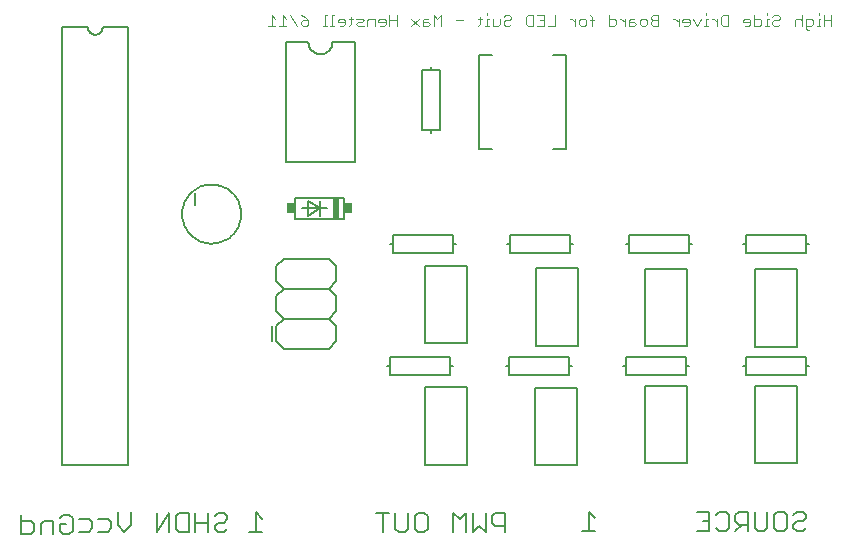
<source format=gbo>
G75*
G70*
%OFA0B0*%
%FSLAX24Y24*%
%IPPOS*%
%LPD*%
%AMOC8*
5,1,8,0,0,1.08239X$1,22.5*
%
%ADD10C,0.0060*%
%ADD11C,0.0030*%
%ADD12C,0.0080*%
%ADD13C,0.0050*%
%ADD14R,0.0200X0.0736*%
%ADD15R,0.0250X0.0335*%
D10*
X000473Y000604D02*
X000793Y000604D01*
X000900Y000710D01*
X000900Y000924D01*
X000793Y001031D01*
X000473Y001031D01*
X000473Y001244D02*
X000473Y000604D01*
X001118Y000604D02*
X001118Y000924D01*
X001224Y001031D01*
X001545Y001031D01*
X001545Y000604D01*
X001762Y000710D02*
X001762Y000924D01*
X001976Y000924D01*
X002189Y001137D02*
X002189Y000710D01*
X002082Y000604D01*
X001869Y000604D01*
X001762Y000710D01*
X002402Y000682D02*
X002722Y000682D01*
X002829Y000789D01*
X002829Y001003D01*
X002722Y001109D01*
X002402Y001109D01*
X002189Y001137D02*
X002082Y001244D01*
X001869Y001244D01*
X001762Y001137D01*
X003047Y001109D02*
X003367Y001109D01*
X003474Y001003D01*
X003474Y000789D01*
X003367Y000682D01*
X003047Y000682D01*
X003691Y000896D02*
X003691Y001323D01*
X004118Y001323D02*
X004118Y000896D01*
X003905Y000682D01*
X003691Y000896D01*
X004986Y000663D02*
X004986Y001303D01*
X005413Y001303D02*
X004986Y000663D01*
X005413Y000663D02*
X005413Y001303D01*
X005630Y001197D02*
X005737Y001303D01*
X006057Y001303D01*
X006057Y000663D01*
X005737Y000663D01*
X005630Y000769D01*
X005630Y001197D01*
X006275Y001303D02*
X006275Y000663D01*
X006275Y000983D02*
X006702Y000983D01*
X006920Y000876D02*
X006920Y000769D01*
X007026Y000663D01*
X007240Y000663D01*
X007347Y000769D01*
X007240Y000983D02*
X007026Y000983D01*
X006920Y000876D01*
X006702Y000663D02*
X006702Y001303D01*
X006920Y001197D02*
X007026Y001303D01*
X007240Y001303D01*
X007347Y001197D01*
X007347Y001090D01*
X007240Y000983D01*
X008081Y000682D02*
X008508Y000682D01*
X008294Y000682D02*
X008294Y001323D01*
X008508Y001109D01*
X012304Y001303D02*
X012731Y001303D01*
X012518Y001303D02*
X012518Y000663D01*
X012949Y000769D02*
X012949Y001303D01*
X013376Y001303D02*
X013376Y000769D01*
X013269Y000663D01*
X013056Y000663D01*
X012949Y000769D01*
X013593Y000769D02*
X013593Y001197D01*
X013700Y001303D01*
X013914Y001303D01*
X014020Y001197D01*
X014020Y000769D01*
X013914Y000663D01*
X013700Y000663D01*
X013593Y000769D01*
X014882Y000663D02*
X014882Y001303D01*
X015096Y001090D01*
X015309Y001303D01*
X015309Y000663D01*
X015527Y000663D02*
X015527Y001303D01*
X015954Y001303D02*
X015954Y000663D01*
X015740Y000876D01*
X015527Y000663D01*
X016171Y000983D02*
X016171Y001197D01*
X016278Y001303D01*
X016599Y001303D01*
X016599Y000663D01*
X016599Y000876D02*
X016278Y000876D01*
X016171Y000983D01*
X019183Y000702D02*
X019610Y000702D01*
X019397Y000702D02*
X019397Y001343D01*
X019610Y001129D01*
X022988Y001343D02*
X023415Y001343D01*
X023415Y000702D01*
X022988Y000702D01*
X023202Y001022D02*
X023415Y001022D01*
X023633Y000809D02*
X023740Y000702D01*
X023953Y000702D01*
X024060Y000809D01*
X024060Y001236D01*
X023953Y001343D01*
X023740Y001343D01*
X023633Y001236D01*
X024277Y001236D02*
X024277Y001022D01*
X024384Y000916D01*
X024704Y000916D01*
X024491Y000916D02*
X024277Y000702D01*
X024704Y000702D02*
X024704Y001343D01*
X024384Y001343D01*
X024277Y001236D01*
X024922Y001343D02*
X024922Y000809D01*
X025029Y000702D01*
X025242Y000702D01*
X025349Y000809D01*
X025349Y001343D01*
X025566Y001236D02*
X025673Y001343D01*
X025887Y001343D01*
X025993Y001236D01*
X025993Y000809D01*
X025887Y000702D01*
X025673Y000702D01*
X025566Y000809D01*
X025566Y001236D01*
X026211Y001236D02*
X026318Y001343D01*
X026531Y001343D01*
X026638Y001236D01*
X026638Y001129D01*
X026531Y001022D01*
X026318Y001022D01*
X026211Y000916D01*
X026211Y000809D01*
X026318Y000702D01*
X026531Y000702D01*
X026638Y000809D01*
X011243Y011093D02*
X011243Y011818D01*
X009604Y011818D01*
X009604Y011093D01*
X011243Y011093D01*
X010674Y011456D02*
X010424Y011456D01*
X010424Y011206D01*
X010424Y011456D02*
X010424Y011706D01*
X010424Y011456D02*
X010024Y011706D01*
X010024Y011206D01*
X010424Y011456D01*
X009824Y011456D01*
X009297Y013003D02*
X011597Y013003D01*
X011597Y017003D01*
X010847Y017003D01*
X010845Y016964D01*
X010839Y016925D01*
X010830Y016887D01*
X010817Y016850D01*
X010800Y016814D01*
X010780Y016781D01*
X010756Y016749D01*
X010730Y016720D01*
X010701Y016694D01*
X010669Y016670D01*
X010636Y016650D01*
X010600Y016633D01*
X010563Y016620D01*
X010525Y016611D01*
X010486Y016605D01*
X010447Y016603D01*
X010408Y016605D01*
X010369Y016611D01*
X010331Y016620D01*
X010294Y016633D01*
X010258Y016650D01*
X010225Y016670D01*
X010193Y016694D01*
X010164Y016720D01*
X010138Y016749D01*
X010114Y016781D01*
X010094Y016814D01*
X010077Y016850D01*
X010064Y016887D01*
X010055Y016925D01*
X010049Y016964D01*
X010047Y017003D01*
X009297Y017003D01*
X009297Y013003D01*
X004040Y017500D02*
X003190Y017500D01*
X003188Y017470D01*
X003183Y017440D01*
X003174Y017411D01*
X003161Y017384D01*
X003146Y017358D01*
X003127Y017334D01*
X003106Y017313D01*
X003082Y017294D01*
X003056Y017279D01*
X003029Y017266D01*
X003000Y017257D01*
X002970Y017252D01*
X002940Y017250D01*
X002910Y017252D01*
X002880Y017257D01*
X002851Y017266D01*
X002824Y017279D01*
X002798Y017294D01*
X002774Y017313D01*
X002753Y017334D01*
X002734Y017358D01*
X002719Y017384D01*
X002706Y017411D01*
X002697Y017440D01*
X002692Y017470D01*
X002690Y017500D01*
X001840Y017500D01*
X001840Y002900D01*
X004040Y002900D01*
X004040Y017500D01*
D11*
X008695Y017538D02*
X008942Y017538D01*
X009063Y017538D02*
X009310Y017538D01*
X009187Y017538D02*
X009187Y017908D01*
X009310Y017784D01*
X009432Y017908D02*
X009679Y017538D01*
X009800Y017599D02*
X009800Y017661D01*
X009862Y017723D01*
X010047Y017723D01*
X010047Y017599D01*
X009985Y017538D01*
X009862Y017538D01*
X009800Y017599D01*
X009923Y017846D02*
X010047Y017723D01*
X009923Y017846D02*
X009800Y017908D01*
X010537Y017538D02*
X010661Y017538D01*
X010599Y017538D02*
X010599Y017908D01*
X010661Y017908D01*
X010844Y017908D02*
X010844Y017538D01*
X010783Y017538D02*
X010906Y017538D01*
X011028Y017661D02*
X011274Y017661D01*
X011274Y017599D02*
X011274Y017723D01*
X011213Y017784D01*
X011089Y017784D01*
X011028Y017723D01*
X011028Y017661D01*
X011089Y017538D02*
X011213Y017538D01*
X011274Y017599D01*
X011397Y017538D02*
X011458Y017599D01*
X011458Y017846D01*
X011397Y017784D02*
X011520Y017784D01*
X011641Y017784D02*
X011827Y017784D01*
X011888Y017723D01*
X011827Y017661D01*
X011703Y017661D01*
X011641Y017599D01*
X011703Y017538D01*
X011888Y017538D01*
X012010Y017538D02*
X012010Y017723D01*
X012071Y017784D01*
X012257Y017784D01*
X012257Y017538D01*
X012378Y017661D02*
X012625Y017661D01*
X012625Y017599D02*
X012625Y017723D01*
X012563Y017784D01*
X012440Y017784D01*
X012378Y017723D01*
X012378Y017661D01*
X012440Y017538D02*
X012563Y017538D01*
X012625Y017599D01*
X012746Y017538D02*
X012746Y017908D01*
X012746Y017723D02*
X012993Y017723D01*
X012993Y017538D02*
X012993Y017908D01*
X013483Y017784D02*
X013730Y017538D01*
X013851Y017538D02*
X014036Y017538D01*
X014098Y017599D01*
X014036Y017661D01*
X013851Y017661D01*
X013851Y017723D02*
X013851Y017538D01*
X013851Y017723D02*
X013913Y017784D01*
X014036Y017784D01*
X014220Y017908D02*
X014220Y017538D01*
X014466Y017538D02*
X014466Y017908D01*
X014343Y017784D01*
X014220Y017908D01*
X013730Y017784D02*
X013483Y017538D01*
X014956Y017723D02*
X015203Y017723D01*
X015693Y017784D02*
X015817Y017784D01*
X015755Y017846D02*
X015755Y017599D01*
X015693Y017538D01*
X015939Y017538D02*
X016062Y017538D01*
X016001Y017538D02*
X016001Y017784D01*
X016062Y017784D01*
X016184Y017784D02*
X016184Y017538D01*
X016369Y017538D01*
X016431Y017599D01*
X016431Y017784D01*
X016552Y017846D02*
X016614Y017908D01*
X016737Y017908D01*
X016799Y017846D01*
X016799Y017784D01*
X016737Y017723D01*
X016614Y017723D01*
X016552Y017661D01*
X016552Y017599D01*
X016614Y017538D01*
X016737Y017538D01*
X016799Y017599D01*
X017289Y017599D02*
X017289Y017846D01*
X017350Y017908D01*
X017536Y017908D01*
X017536Y017538D01*
X017350Y017538D01*
X017289Y017599D01*
X017657Y017538D02*
X017904Y017538D01*
X017904Y017908D01*
X017657Y017908D01*
X017780Y017723D02*
X017904Y017723D01*
X018025Y017538D02*
X018272Y017538D01*
X018272Y017908D01*
X018762Y017784D02*
X018824Y017784D01*
X018947Y017661D01*
X018947Y017538D02*
X018947Y017784D01*
X019069Y017723D02*
X019131Y017784D01*
X019254Y017784D01*
X019316Y017723D01*
X019316Y017599D01*
X019254Y017538D01*
X019131Y017538D01*
X019069Y017599D01*
X019069Y017723D01*
X019438Y017723D02*
X019561Y017723D01*
X019500Y017846D02*
X019438Y017908D01*
X019500Y017846D02*
X019500Y017538D01*
X020051Y017538D02*
X020051Y017908D01*
X020051Y017784D02*
X020236Y017784D01*
X020298Y017723D01*
X020298Y017599D01*
X020236Y017538D01*
X020051Y017538D01*
X020420Y017784D02*
X020481Y017784D01*
X020605Y017661D01*
X020726Y017661D02*
X020911Y017661D01*
X020973Y017599D01*
X020911Y017538D01*
X020726Y017538D01*
X020726Y017723D01*
X020788Y017784D01*
X020911Y017784D01*
X021094Y017723D02*
X021156Y017784D01*
X021280Y017784D01*
X021341Y017723D01*
X021341Y017599D01*
X021280Y017538D01*
X021156Y017538D01*
X021094Y017599D01*
X021094Y017723D01*
X020605Y017784D02*
X020605Y017538D01*
X021463Y017599D02*
X021524Y017538D01*
X021710Y017538D01*
X021710Y017908D01*
X021524Y017908D01*
X021463Y017846D01*
X021463Y017784D01*
X021524Y017723D01*
X021710Y017723D01*
X021524Y017723D02*
X021463Y017661D01*
X021463Y017599D01*
X022200Y017784D02*
X022261Y017784D01*
X022385Y017661D01*
X022506Y017661D02*
X022753Y017661D01*
X022753Y017599D02*
X022753Y017723D01*
X022691Y017784D01*
X022568Y017784D01*
X022506Y017723D01*
X022506Y017661D01*
X022568Y017538D02*
X022691Y017538D01*
X022753Y017599D01*
X022875Y017784D02*
X022998Y017538D01*
X023121Y017784D01*
X023305Y017784D02*
X023305Y017538D01*
X023244Y017538D02*
X023367Y017538D01*
X023367Y017784D02*
X023305Y017784D01*
X023305Y017908D02*
X023305Y017970D01*
X023489Y017784D02*
X023550Y017784D01*
X023674Y017661D01*
X023674Y017538D02*
X023674Y017784D01*
X023795Y017846D02*
X023857Y017908D01*
X024042Y017908D01*
X024042Y017538D01*
X023857Y017538D01*
X023795Y017599D01*
X023795Y017846D01*
X024532Y017723D02*
X024532Y017661D01*
X024779Y017661D01*
X024779Y017599D02*
X024779Y017723D01*
X024717Y017784D01*
X024594Y017784D01*
X024532Y017723D01*
X024594Y017538D02*
X024717Y017538D01*
X024779Y017599D01*
X024900Y017538D02*
X025085Y017538D01*
X025147Y017599D01*
X025147Y017723D01*
X025085Y017784D01*
X024900Y017784D01*
X024900Y017908D02*
X024900Y017538D01*
X025269Y017538D02*
X025393Y017538D01*
X025331Y017538D02*
X025331Y017784D01*
X025393Y017784D01*
X025514Y017846D02*
X025576Y017908D01*
X025699Y017908D01*
X025761Y017846D01*
X025761Y017784D01*
X025699Y017723D01*
X025576Y017723D01*
X025514Y017661D01*
X025514Y017599D01*
X025576Y017538D01*
X025699Y017538D01*
X025761Y017599D01*
X026251Y017538D02*
X026251Y017723D01*
X026312Y017784D01*
X026436Y017784D01*
X026498Y017723D01*
X026619Y017784D02*
X026804Y017784D01*
X026866Y017723D01*
X026866Y017599D01*
X026804Y017538D01*
X026619Y017538D01*
X026619Y017476D02*
X026619Y017784D01*
X026498Y017908D02*
X026498Y017538D01*
X026619Y017476D02*
X026681Y017414D01*
X026742Y017414D01*
X026988Y017538D02*
X027111Y017538D01*
X027050Y017538D02*
X027050Y017784D01*
X027111Y017784D01*
X027233Y017723D02*
X027480Y017723D01*
X027480Y017538D02*
X027480Y017908D01*
X027233Y017908D02*
X027233Y017538D01*
X027050Y017908D02*
X027050Y017970D01*
X025331Y017970D02*
X025331Y017908D01*
X022385Y017784D02*
X022385Y017538D01*
X016001Y017908D02*
X016001Y017970D01*
X010906Y017908D02*
X010844Y017908D01*
X008942Y017784D02*
X008818Y017908D01*
X008818Y017538D01*
D12*
X013844Y016058D02*
X013844Y014058D01*
X014144Y014058D01*
X014144Y013958D01*
X014144Y014058D02*
X014444Y014058D01*
X014444Y016058D01*
X014144Y016058D01*
X014144Y016158D01*
X014144Y016058D02*
X013844Y016058D01*
X005837Y011271D02*
X005839Y011333D01*
X005845Y011396D01*
X005855Y011457D01*
X005869Y011518D01*
X005886Y011578D01*
X005907Y011637D01*
X005933Y011694D01*
X005961Y011749D01*
X005993Y011803D01*
X006029Y011854D01*
X006067Y011904D01*
X006109Y011950D01*
X006153Y011994D01*
X006201Y012035D01*
X006250Y012073D01*
X006302Y012107D01*
X006356Y012138D01*
X006412Y012166D01*
X006470Y012190D01*
X006529Y012211D01*
X006589Y012227D01*
X006650Y012240D01*
X006712Y012249D01*
X006774Y012254D01*
X006837Y012255D01*
X006899Y012252D01*
X006961Y012245D01*
X007023Y012234D01*
X007083Y012219D01*
X007143Y012201D01*
X007201Y012179D01*
X007258Y012153D01*
X007313Y012123D01*
X007366Y012090D01*
X007417Y012054D01*
X007465Y012015D01*
X007511Y011972D01*
X007554Y011927D01*
X007594Y011879D01*
X007631Y011829D01*
X007665Y011776D01*
X007696Y011722D01*
X007722Y011666D01*
X007746Y011608D01*
X007765Y011548D01*
X007781Y011488D01*
X007793Y011426D01*
X007801Y011365D01*
X007805Y011302D01*
X007805Y011240D01*
X007801Y011177D01*
X007793Y011116D01*
X007781Y011054D01*
X007765Y010994D01*
X007746Y010934D01*
X007722Y010876D01*
X007696Y010820D01*
X007665Y010766D01*
X007631Y010713D01*
X007594Y010663D01*
X007554Y010615D01*
X007511Y010570D01*
X007465Y010527D01*
X007417Y010488D01*
X007366Y010452D01*
X007313Y010419D01*
X007258Y010389D01*
X007201Y010363D01*
X007143Y010341D01*
X007083Y010323D01*
X007023Y010308D01*
X006961Y010297D01*
X006899Y010290D01*
X006837Y010287D01*
X006774Y010288D01*
X006712Y010293D01*
X006650Y010302D01*
X006589Y010315D01*
X006529Y010331D01*
X006470Y010352D01*
X006412Y010376D01*
X006356Y010404D01*
X006302Y010435D01*
X006250Y010469D01*
X006201Y010507D01*
X006153Y010548D01*
X006109Y010592D01*
X006067Y010638D01*
X006029Y010688D01*
X005993Y010739D01*
X005961Y010793D01*
X005933Y010848D01*
X005907Y010905D01*
X005886Y010964D01*
X005869Y011024D01*
X005855Y011085D01*
X005845Y011146D01*
X005839Y011209D01*
X005837Y011271D01*
X006271Y011571D02*
X006271Y011971D01*
X008979Y009536D02*
X009229Y009786D01*
X010729Y009786D01*
X010979Y009536D01*
X010979Y009036D01*
X010729Y008786D01*
X009229Y008786D01*
X008979Y009036D01*
X008979Y009536D01*
X009229Y008786D02*
X008979Y008536D01*
X008979Y008036D01*
X009229Y007786D01*
X010729Y007786D01*
X010979Y008036D01*
X010979Y008536D01*
X010729Y008786D01*
X010729Y007786D02*
X010979Y007536D01*
X010979Y007036D01*
X010729Y006786D01*
X009229Y006786D01*
X008979Y007036D01*
X008979Y007536D01*
X009229Y007786D01*
X008847Y007536D02*
X008847Y007036D01*
X012670Y006215D02*
X012770Y006215D01*
X012770Y005915D01*
X014770Y005915D01*
X014770Y006215D01*
X014870Y006215D01*
X014770Y006215D02*
X014770Y006515D01*
X012770Y006515D01*
X012770Y006215D01*
X013944Y005490D02*
X013944Y002910D01*
X015344Y002910D01*
X015344Y005490D01*
X013944Y005490D01*
X013925Y006973D02*
X013925Y009553D01*
X015325Y009553D01*
X015325Y006973D01*
X013925Y006973D01*
X016627Y006204D02*
X016727Y006204D01*
X016727Y005904D01*
X018727Y005904D01*
X018727Y006204D01*
X018827Y006204D01*
X018727Y006204D02*
X018727Y006504D01*
X016727Y006504D01*
X016727Y006204D01*
X017606Y005486D02*
X017606Y002906D01*
X019006Y002906D01*
X019006Y005486D01*
X017606Y005486D01*
X017637Y006886D02*
X017637Y009466D01*
X019037Y009466D01*
X019037Y006886D01*
X017637Y006886D01*
X020532Y006204D02*
X020632Y006204D01*
X020632Y005904D01*
X022632Y005904D01*
X022632Y006204D01*
X022732Y006204D01*
X022632Y006204D02*
X022632Y006504D01*
X020632Y006504D01*
X020632Y006204D01*
X021259Y005537D02*
X021259Y002957D01*
X022659Y002957D01*
X022659Y005537D01*
X021259Y005537D01*
X021259Y006862D02*
X021259Y009442D01*
X022659Y009442D01*
X022659Y006862D01*
X021259Y006862D01*
X024521Y006200D02*
X024621Y006200D01*
X024621Y005900D01*
X026621Y005900D01*
X026621Y006200D01*
X026721Y006200D01*
X026621Y006200D02*
X026621Y006500D01*
X024621Y006500D01*
X024621Y006200D01*
X024932Y005549D02*
X024932Y002969D01*
X026332Y002969D01*
X026332Y005549D01*
X024932Y005549D01*
X024932Y006855D02*
X024932Y009435D01*
X026332Y009435D01*
X026332Y006855D01*
X024932Y006855D01*
X024644Y009974D02*
X024644Y010274D01*
X024544Y010274D01*
X024644Y010274D02*
X024644Y010574D01*
X026644Y010574D01*
X026644Y010274D01*
X026744Y010274D01*
X026644Y010274D02*
X026644Y009974D01*
X024644Y009974D01*
X022819Y010274D02*
X022719Y010274D01*
X022719Y010574D01*
X020719Y010574D01*
X020719Y010274D01*
X020619Y010274D01*
X020719Y010274D02*
X020719Y009974D01*
X022719Y009974D01*
X022719Y010274D01*
X018870Y010278D02*
X018770Y010278D01*
X018770Y010578D01*
X016770Y010578D01*
X016770Y010278D01*
X016670Y010278D01*
X016770Y010278D02*
X016770Y009978D01*
X018770Y009978D01*
X018770Y010278D01*
X014965Y010278D02*
X014865Y010278D01*
X014865Y010578D01*
X012865Y010578D01*
X012865Y010278D01*
X012765Y010278D01*
X012865Y010278D02*
X012865Y009978D01*
X014865Y009978D01*
X014865Y010278D01*
D13*
X015743Y013428D02*
X016176Y013428D01*
X015743Y013428D02*
X015743Y016578D01*
X016176Y016578D01*
X018184Y016578D02*
X018617Y016578D01*
X018617Y013428D01*
X018184Y013428D01*
D14*
X010974Y011450D03*
D15*
X011368Y011456D03*
X009479Y011456D03*
M02*

</source>
